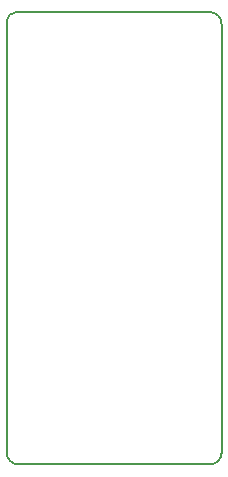
<source format=gm1>
G04*
G04 #@! TF.GenerationSoftware,Altium Limited,Altium Designer,21.2.2 (38)*
G04*
G04 Layer_Color=16711935*
%FSLAX25Y25*%
%MOIN*%
G70*
G04*
G04 #@! TF.SameCoordinates,EDCA68EC-CD4A-4B5E-8E4D-96CDED255B3F*
G04*
G04*
G04 #@! TF.FilePolarity,Positive*
G04*
G01*
G75*
%ADD16C,0.00787*%
D16*
X-0Y3937D02*
G03*
X3937Y0I3937J-0D01*
G01*
X3150Y150787D02*
G03*
X0Y147638I-0J-3150D01*
G01*
X71653Y146850D02*
G03*
X67716Y150787I-3937J0D01*
G01*
X67716Y-0D02*
G03*
X71653Y3937I-0J3937D01*
G01*
X-0Y3937D02*
X0Y147638D01*
X3150Y150787D02*
X67716Y150787D01*
X71653Y3937D02*
X71653Y146850D01*
X3937Y0D02*
X67716Y-0D01*
M02*

</source>
